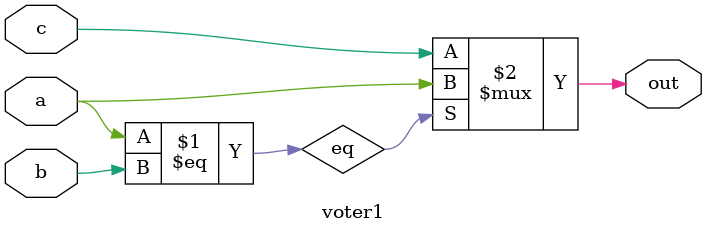
<source format=v>
module voter1(out, a, b, c)/* synthesis syn_sharing = "off" */; // voter
	output  out;
	input a, b, c;
	wire eq;
	assign eq=(a== b);
	assign out = eq? a :c;
endmodule
</source>
